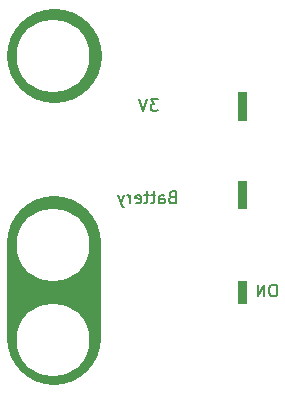
<source format=gbo>
%TF.GenerationSoftware,KiCad,Pcbnew,5.0.0-fee4fd1~66~ubuntu16.04.1*%
%TF.CreationDate,2018-09-25T11:06:20-07:00*%
%TF.ProjectId,3x4-CR2032-Coin-Cell-On-Off-Switch,3378342D4352323033322D436F696E2D,v1.1*%
%TF.SameCoordinates,Original*%
%TF.FileFunction,Legend,Bot*%
%TF.FilePolarity,Positive*%
%FSLAX46Y46*%
G04 Gerber Fmt 4.6, Leading zero omitted, Abs format (unit mm)*
G04 Created by KiCad (PCBNEW 5.0.0-fee4fd1~66~ubuntu16.04.1) date Tue Sep 25 11:06:20 2018*
%MOMM*%
%LPD*%
G01*
G04 APERTURE LIST*
%ADD10C,8.000000*%
%ADD11C,0.762000*%
%ADD12C,0.150000*%
%ADD13C,1.676400*%
%ADD14C,6.152400*%
%ADD15C,5.132400*%
G04 APERTURE END LIST*
D10*
X13310000Y-72290000D02*
X13310000Y-64190000D01*
X13310000Y-48390000D02*
X13410000Y-48390000D01*
D11*
X29210000Y-71882000D02*
X29210000Y-48006000D01*
D12*
X23307828Y-60329771D02*
X23164971Y-60377390D01*
X23117352Y-60425009D01*
X23069733Y-60520247D01*
X23069733Y-60663104D01*
X23117352Y-60758342D01*
X23164971Y-60805961D01*
X23260209Y-60853580D01*
X23641161Y-60853580D01*
X23641161Y-59853580D01*
X23307828Y-59853580D01*
X23212590Y-59901200D01*
X23164971Y-59948819D01*
X23117352Y-60044057D01*
X23117352Y-60139295D01*
X23164971Y-60234533D01*
X23212590Y-60282152D01*
X23307828Y-60329771D01*
X23641161Y-60329771D01*
X22212590Y-60853580D02*
X22212590Y-60329771D01*
X22260209Y-60234533D01*
X22355447Y-60186914D01*
X22545923Y-60186914D01*
X22641161Y-60234533D01*
X22212590Y-60805961D02*
X22307828Y-60853580D01*
X22545923Y-60853580D01*
X22641161Y-60805961D01*
X22688780Y-60710723D01*
X22688780Y-60615485D01*
X22641161Y-60520247D01*
X22545923Y-60472628D01*
X22307828Y-60472628D01*
X22212590Y-60425009D01*
X21879257Y-60186914D02*
X21498304Y-60186914D01*
X21736400Y-59853580D02*
X21736400Y-60710723D01*
X21688780Y-60805961D01*
X21593542Y-60853580D01*
X21498304Y-60853580D01*
X21307828Y-60186914D02*
X20926876Y-60186914D01*
X21164971Y-59853580D02*
X21164971Y-60710723D01*
X21117352Y-60805961D01*
X21022114Y-60853580D01*
X20926876Y-60853580D01*
X20212590Y-60805961D02*
X20307828Y-60853580D01*
X20498304Y-60853580D01*
X20593542Y-60805961D01*
X20641161Y-60710723D01*
X20641161Y-60329771D01*
X20593542Y-60234533D01*
X20498304Y-60186914D01*
X20307828Y-60186914D01*
X20212590Y-60234533D01*
X20164971Y-60329771D01*
X20164971Y-60425009D01*
X20641161Y-60520247D01*
X19736400Y-60853580D02*
X19736400Y-60186914D01*
X19736400Y-60377390D02*
X19688780Y-60282152D01*
X19641161Y-60234533D01*
X19545923Y-60186914D01*
X19450685Y-60186914D01*
X19212590Y-60186914D02*
X18974495Y-60853580D01*
X18736400Y-60186914D02*
X18974495Y-60853580D01*
X19069733Y-61091676D01*
X19117352Y-61139295D01*
X19212590Y-61186914D01*
X14111580Y-67778380D02*
X13921104Y-67778380D01*
X13825866Y-67826000D01*
X13730628Y-67921238D01*
X13683009Y-68111714D01*
X13683009Y-68445047D01*
X13730628Y-68635523D01*
X13825866Y-68730761D01*
X13921104Y-68778380D01*
X14111580Y-68778380D01*
X14206819Y-68730761D01*
X14302057Y-68635523D01*
X14349676Y-68445047D01*
X14349676Y-68111714D01*
X14302057Y-67921238D01*
X14206819Y-67826000D01*
X14111580Y-67778380D01*
X12921104Y-68254571D02*
X13254438Y-68254571D01*
X13254438Y-68778380D02*
X13254438Y-67778380D01*
X12778247Y-67778380D01*
X12063961Y-68254571D02*
X12397295Y-68254571D01*
X12397295Y-68778380D02*
X12397295Y-67778380D01*
X11921104Y-67778380D01*
X31979047Y-67742380D02*
X31788571Y-67742380D01*
X31693333Y-67790000D01*
X31598095Y-67885238D01*
X31550476Y-68075714D01*
X31550476Y-68409047D01*
X31598095Y-68599523D01*
X31693333Y-68694761D01*
X31788571Y-68742380D01*
X31979047Y-68742380D01*
X32074285Y-68694761D01*
X32169523Y-68599523D01*
X32217142Y-68409047D01*
X32217142Y-68075714D01*
X32169523Y-67885238D01*
X32074285Y-67790000D01*
X31979047Y-67742380D01*
X31121904Y-68742380D02*
X31121904Y-67742380D01*
X30550476Y-68742380D01*
X30550476Y-67742380D01*
X22099904Y-52030380D02*
X21480857Y-52030380D01*
X21814190Y-52411333D01*
X21671333Y-52411333D01*
X21576095Y-52458952D01*
X21528476Y-52506571D01*
X21480857Y-52601809D01*
X21480857Y-52839904D01*
X21528476Y-52935142D01*
X21576095Y-52982761D01*
X21671333Y-53030380D01*
X21957047Y-53030380D01*
X22052285Y-52982761D01*
X22099904Y-52935142D01*
X21195142Y-52030380D02*
X20861809Y-53030380D01*
X20528476Y-52030380D01*
%LPC*%
D13*
X23759690Y-68078446D03*
X18781290Y-68078446D03*
X21270490Y-68078446D03*
D14*
X29210000Y-72390000D03*
X13210000Y-72390000D03*
X29210000Y-64390000D03*
D15*
X21210000Y-64390000D03*
D14*
X13210000Y-64390000D03*
X29210000Y-48390000D03*
D15*
X21210000Y-48390000D03*
D14*
X13210000Y-48390000D03*
D15*
X29210000Y-56390000D03*
X13210000Y-56390000D03*
X21210000Y-56390000D03*
M02*

</source>
